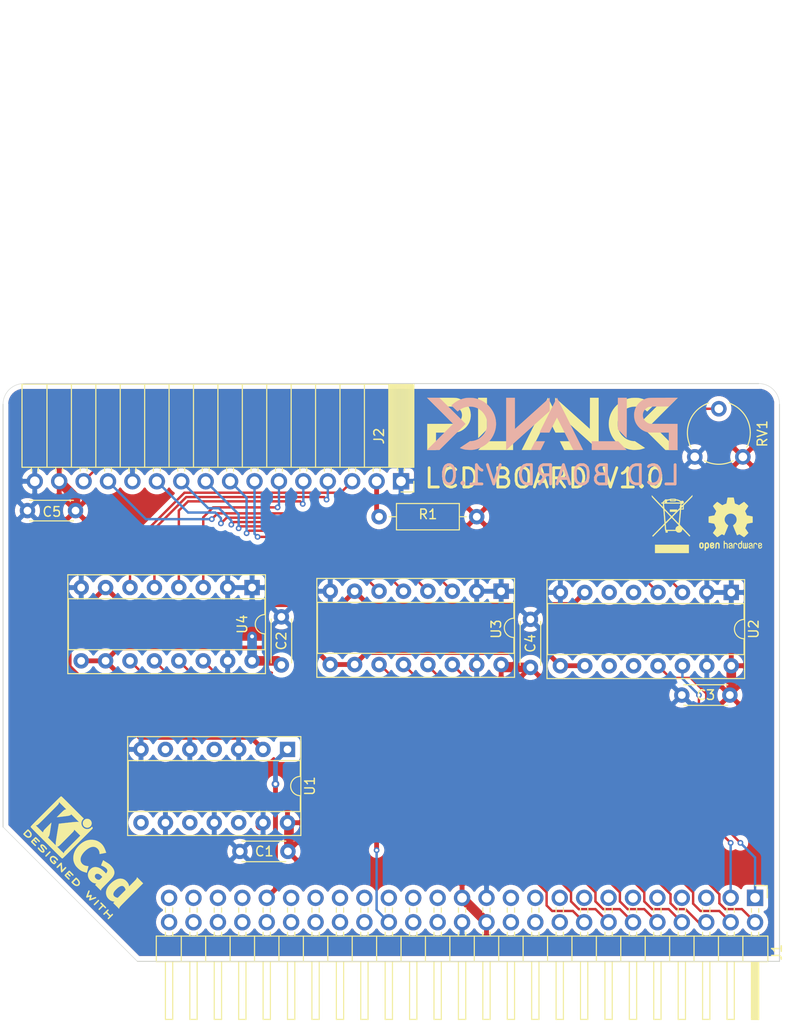
<source format=kicad_pcb>
(kicad_pcb (version 20171130) (host pcbnew "(5.1.10-1-10_14)")
  (layers (0 F.Cu signal) (31 B.Cu signal) (34 B.Paste user) (35 F.Paste user) (36 B.SilkS user) (37 F.SilkS user) (38 B.Mask user) (39 F.Mask user) (44 Edge.Cuts user))
  (net 0 "")
  (net 1 RDY)
  (net 2 A15)
  (net 3 A14)
  (net 4 A13)
  (net 5 A12)
  (net 6 A11)
  (net 7 GND)
  (net 8 +5V)
  (net 9 A10)
  (net 10 A9)
  (net 11 A8)
  (net 12 D7)
  (net 13 A7)
  (net 14 D6)
  (net 15 A6)
  (net 16 D5)
  (net 17 A5)
  (net 18 D4)
  (net 19 A4)
  (net 20 D3)
  (net 21 A3)
  (net 22 D2)
  (net 23 A2)
  (net 24 D1)
  (net 25 A1)
  (net 26 D0)
  (net 27 A0)
  (net 28 CLK)
  (net 29 BE)
  (net 30 SYNC)
  (net 31 EX3)
  (net 32 EX2)
  (net 33 EX1)
  (net 34 EX0)
  (net 35 ~NMI~)
  (net 36 ~RESET~)
  (net 37 ~SLOT_IRQ~)
  (net 38 ~IRQ~)
  (net 39 R~W~)
  (net 40 CLK_12M)
  (net 41 LED4)
  (net 42 LED3)
  (net 43 LED2)
  (net 44 LED1)
  (net 45 ~SLOT_SEL~)
  (net 46 ~INH~)
  (net 47 ~SSEL~)
  (net 48 ~SLOW~)
  (net 49 "Net-(U1-Pad6)")
  (net 50 "Net-(U1-Pad12)")
  (net 51 "Net-(U1-Pad4)")
  (net 52 "Net-(U1-Pad10)")
  (net 53 CLK_INV)
  (net 54 "Net-(U1-Pad8)")
  (net 55 "Net-(U2-Pad6)")
  (net 56 "Net-(U2-Pad5)")
  (net 57 "Net-(U2-Pad12)")
  (net 58 "Net-(U2-Pad11)")
  (net 59 /A)
  (net 60 /E)
  (net 61 /RS)
  (net 62 /D_7)
  (net 63 /D_6)
  (net 64 /D_5)
  (net 65 /D_4)
  (net 66 /D_3)
  (net 67 /D_2)
  (net 68 /D_1)
  (net 69 /D_0)
  (net 70 "Net-(J2-Pad14)")
  (module Symbol:KiCad-Logo2_5mm_SilkScreen (layer F.Cu) (at 8.636 -10.922 315)
    (fp_text reference REF** hide)
    (fp_text value KiCad-Logo2_5mm_SilkScreen hide)
  )
  (module Symbol:WEEE-Logo_4.2x6mm_SilkScreen (layer F.Cu) (at 69.596 -45.466)
    (fp_text reference REF** hide)
    (fp_text value WEEE-Logo_4.2x6mm_SilkScreen hide)
  )
  (module Symbol:OSHW-Logo2_7.3x6mm_SilkScreen (layer F.Cu) (at 75.692 -45.466)
    (fp_text reference REF** hide)
    (fp_text value OSHW-Logo2_7.3x6mm_SilkScreen hide)
  )
  (module Resistor_THT:R_Axial_DIN0207_L6.3mm_D2.5mm_P10.16mm_Horizontal (layer F.Cu) (at 49.276 -46.228 180)
    (fp_text reference R1 (at 5.08 0.254) (layer F.SilkS))
    (fp_text value 330R)
    (pad 2 thru_hole oval (at 10.16 0 180) (size 1.6 1.6) (drill 0.8) (layers *.Cu *.Mask) (net 59 /A))
    (pad 1 thru_hole circle (at 0 0 180) (size 1.6 1.6) (drill 0.8) (layers *.Cu *.Mask) (net 8 +5V))
  )
  (module Logo:logo (layer B.Cu) (at 57.15 -55.88 180)
    (fp_text reference G*** hide)
    (fp_text value LOGO hide)
  )
  (module Logo:logo (layer F.Cu) (at 57.15 -55.88)
    (fp_text reference G*** hide)
    (fp_text value LOGO hide)
  )
  (module Capacitor_THT:C_Disc_D4.3mm_W1.9mm_P5.00mm (layer F.Cu) (at 2.54 -46.863)
    (fp_text reference C5 (at 2.54 0.127) (layer F.SilkS))
    (fp_text value 10n)
    (pad 2 thru_hole circle (at 5 0) (size 1.6 1.6) (drill 0.8) (layers *.Cu *.Mask) (net 8 +5V))
    (pad 1 thru_hole circle (at 0 0) (size 1.6 1.6) (drill 0.8) (layers *.Cu *.Mask) (net 7 GND))
  )
  (module Capacitor_THT:C_Disc_D4.3mm_W1.9mm_P5.00mm (layer F.Cu) (at 54.864 -35.56 270)
    (fp_text reference C4 (at 2.5 0 90) (layer F.SilkS))
    (fp_text value 10n)
    (pad 2 thru_hole circle (at 5 0 270) (size 1.6 1.6) (drill 0.8) (layers *.Cu *.Mask) (net 8 +5V))
    (pad 1 thru_hole circle (at 0 0 270) (size 1.6 1.6) (drill 0.8) (layers *.Cu *.Mask) (net 7 GND))
  )
  (module Capacitor_THT:C_Disc_D4.3mm_W1.9mm_P5.00mm (layer F.Cu) (at 70.612 -27.686)
    (fp_text reference C3 (at 2.5 0) (layer F.SilkS))
    (fp_text value 10n)
    (pad 2 thru_hole circle (at 5 0) (size 1.6 1.6) (drill 0.8) (layers *.Cu *.Mask) (net 8 +5V))
    (pad 1 thru_hole circle (at 0 0) (size 1.6 1.6) (drill 0.8) (layers *.Cu *.Mask) (net 7 GND))
  )
  (module Capacitor_THT:C_Disc_D4.3mm_W1.9mm_P5.00mm (layer F.Cu) (at 28.956 -35.814 270)
    (fp_text reference C2 (at 2.5 0 90) (layer F.SilkS))
    (fp_text value 10n)
    (pad 2 thru_hole circle (at 5 0 270) (size 1.6 1.6) (drill 0.8) (layers *.Cu *.Mask) (net 8 +5V))
    (pad 1 thru_hole circle (at 0 0 270) (size 1.6 1.6) (drill 0.8) (layers *.Cu *.Mask) (net 7 GND))
  )
  (module Capacitor_THT:C_Disc_D4.3mm_W1.9mm_P5.00mm (layer F.Cu) (at 24.638 -11.43)
    (fp_text reference C1 (at 2.54 0) (layer F.SilkS))
    (fp_text value 10n)
    (pad 2 thru_hole circle (at 5 0) (size 1.6 1.6) (drill 0.8) (layers *.Cu *.Mask) (net 8 +5V))
    (pad 1 thru_hole circle (at 0 0) (size 1.6 1.6) (drill 0.8) (layers *.Cu *.Mask) (net 7 GND))
  )
  (module Potentiometer_THT:Potentiometer_Piher_PT-6-V_Vertical (layer F.Cu) (at 76.962 -52.451 90)
    (fp_text reference RV1 (at 2.413 2.032 90) (layer F.SilkS))
    (fp_text value R_POT_Small)
    (pad 1 thru_hole circle (at 0 0 90) (size 1.62 1.62) (drill 0.9) (layers *.Cu *.Mask) (net 8 +5V))
    (pad 2 thru_hole circle (at 5 -2.5 90) (size 1.62 1.62) (drill 0.9) (layers *.Cu *.Mask) (net 70 "Net-(J2-Pad14)"))
    (pad 3 thru_hole circle (at 0 -5 90) (size 1.62 1.62) (drill 0.9) (layers *.Cu *.Mask) (net 7 GND))
  )
  (module Package_DIP:DIP-16_W7.62mm_Socket (layer F.Cu) (at 25.908 -38.862 270)
    (fp_text reference U4 (at 3.81 1.016 90) (layer F.SilkS))
    (fp_text value 74HC173)
    (pad 16 thru_hole oval (at 7.62 0 270) (size 1.6 1.6) (drill 0.8) (layers *.Cu *.Mask) (net 8 +5V))
    (pad 8 thru_hole oval (at 0 17.78 270) (size 1.6 1.6) (drill 0.8) (layers *.Cu *.Mask) (net 7 GND))
    (pad 15 thru_hole oval (at 7.62 2.54 270) (size 1.6 1.6) (drill 0.8) (layers *.Cu *.Mask) (net 7 GND))
    (pad 7 thru_hole oval (at 0 15.24 270) (size 1.6 1.6) (drill 0.8) (layers *.Cu *.Mask) (net 53 CLK_INV))
    (pad 14 thru_hole oval (at 7.62 5.08 270) (size 1.6 1.6) (drill 0.8) (layers *.Cu *.Mask) (net 18 D4))
    (pad 6 thru_hole oval (at 0 12.7 270) (size 1.6 1.6) (drill 0.8) (layers *.Cu *.Mask) (net 62 /D_7))
    (pad 13 thru_hole oval (at 7.62 7.62 270) (size 1.6 1.6) (drill 0.8) (layers *.Cu *.Mask) (net 16 D5))
    (pad 5 thru_hole oval (at 0 10.16 270) (size 1.6 1.6) (drill 0.8) (layers *.Cu *.Mask) (net 63 /D_6))
    (pad 12 thru_hole oval (at 7.62 10.16 270) (size 1.6 1.6) (drill 0.8) (layers *.Cu *.Mask) (net 14 D6))
    (pad 4 thru_hole oval (at 0 7.62 270) (size 1.6 1.6) (drill 0.8) (layers *.Cu *.Mask) (net 64 /D_5))
    (pad 11 thru_hole oval (at 7.62 12.7 270) (size 1.6 1.6) (drill 0.8) (layers *.Cu *.Mask) (net 12 D7))
    (pad 3 thru_hole oval (at 0 5.08 270) (size 1.6 1.6) (drill 0.8) (layers *.Cu *.Mask) (net 65 /D_4))
    (pad 10 thru_hole oval (at 7.62 15.24 270) (size 1.6 1.6) (drill 0.8) (layers *.Cu *.Mask) (net 45 ~SLOT_SEL~))
    (pad 2 thru_hole oval (at 0 2.54 270) (size 1.6 1.6) (drill 0.8) (layers *.Cu *.Mask) (net 7 GND))
    (pad 9 thru_hole oval (at 7.62 17.78 270) (size 1.6 1.6) (drill 0.8) (layers *.Cu *.Mask) (net 45 ~SLOT_SEL~))
    (pad 1 thru_hole rect (at 0 0 270) (size 1.6 1.6) (drill 0.8) (layers *.Cu *.Mask) (net 7 GND))
  )
  (module Package_DIP:DIP-16_W7.62mm_Socket (layer F.Cu) (at 51.816 -38.481 270)
    (fp_text reference U3 (at 3.937 0.508 90) (layer F.SilkS))
    (fp_text value 74HC173)
    (pad 16 thru_hole oval (at 7.62 0 270) (size 1.6 1.6) (drill 0.8) (layers *.Cu *.Mask) (net 8 +5V))
    (pad 8 thru_hole oval (at 0 17.78 270) (size 1.6 1.6) (drill 0.8) (layers *.Cu *.Mask) (net 7 GND))
    (pad 15 thru_hole oval (at 7.62 2.54 270) (size 1.6 1.6) (drill 0.8) (layers *.Cu *.Mask) (net 7 GND))
    (pad 7 thru_hole oval (at 0 15.24 270) (size 1.6 1.6) (drill 0.8) (layers *.Cu *.Mask) (net 53 CLK_INV))
    (pad 14 thru_hole oval (at 7.62 5.08 270) (size 1.6 1.6) (drill 0.8) (layers *.Cu *.Mask) (net 26 D0))
    (pad 6 thru_hole oval (at 0 12.7 270) (size 1.6 1.6) (drill 0.8) (layers *.Cu *.Mask) (net 66 /D_3))
    (pad 13 thru_hole oval (at 7.62 7.62 270) (size 1.6 1.6) (drill 0.8) (layers *.Cu *.Mask) (net 24 D1))
    (pad 5 thru_hole oval (at 0 10.16 270) (size 1.6 1.6) (drill 0.8) (layers *.Cu *.Mask) (net 67 /D_2))
    (pad 12 thru_hole oval (at 7.62 10.16 270) (size 1.6 1.6) (drill 0.8) (layers *.Cu *.Mask) (net 22 D2))
    (pad 4 thru_hole oval (at 0 7.62 270) (size 1.6 1.6) (drill 0.8) (layers *.Cu *.Mask) (net 68 /D_1))
    (pad 11 thru_hole oval (at 7.62 12.7 270) (size 1.6 1.6) (drill 0.8) (layers *.Cu *.Mask) (net 20 D3))
    (pad 3 thru_hole oval (at 0 5.08 270) (size 1.6 1.6) (drill 0.8) (layers *.Cu *.Mask) (net 69 /D_0))
    (pad 10 thru_hole oval (at 7.62 15.24 270) (size 1.6 1.6) (drill 0.8) (layers *.Cu *.Mask) (net 45 ~SLOT_SEL~))
    (pad 2 thru_hole oval (at 0 2.54 270) (size 1.6 1.6) (drill 0.8) (layers *.Cu *.Mask) (net 7 GND))
    (pad 9 thru_hole oval (at 7.62 17.78 270) (size 1.6 1.6) (drill 0.8) (layers *.Cu *.Mask) (net 45 ~SLOT_SEL~))
    (pad 1 thru_hole rect (at 0 0 270) (size 1.6 1.6) (drill 0.8) (layers *.Cu *.Mask) (net 7 GND))
  )
  (module Package_DIP:DIP-16_W7.62mm_Socket (layer F.Cu) (at 75.7555 -38.354 270)
    (fp_text reference U2 (at 3.81 -2.33 90) (layer F.SilkS))
    (fp_text value 74HC173)
    (pad 16 thru_hole oval (at 7.62 0 270) (size 1.6 1.6) (drill 0.8) (layers *.Cu *.Mask) (net 8 +5V))
    (pad 8 thru_hole oval (at 0 17.78 270) (size 1.6 1.6) (drill 0.8) (layers *.Cu *.Mask) (net 7 GND))
    (pad 15 thru_hole oval (at 7.62 2.54 270) (size 1.6 1.6) (drill 0.8) (layers *.Cu *.Mask) (net 7 GND))
    (pad 7 thru_hole oval (at 0 15.24 270) (size 1.6 1.6) (drill 0.8) (layers *.Cu *.Mask) (net 53 CLK_INV))
    (pad 14 thru_hole oval (at 7.62 5.08 270) (size 1.6 1.6) (drill 0.8) (layers *.Cu *.Mask) (net 25 A1))
    (pad 6 thru_hole oval (at 0 12.7 270) (size 1.6 1.6) (drill 0.8) (layers *.Cu *.Mask) (net 55 "Net-(U2-Pad6)"))
    (pad 13 thru_hole oval (at 7.62 7.62 270) (size 1.6 1.6) (drill 0.8) (layers *.Cu *.Mask) (net 27 A0))
    (pad 5 thru_hole oval (at 0 10.16 270) (size 1.6 1.6) (drill 0.8) (layers *.Cu *.Mask) (net 56 "Net-(U2-Pad5)"))
    (pad 12 thru_hole oval (at 7.62 10.16 270) (size 1.6 1.6) (drill 0.8) (layers *.Cu *.Mask) (net 57 "Net-(U2-Pad12)"))
    (pad 4 thru_hole oval (at 0 7.62 270) (size 1.6 1.6) (drill 0.8) (layers *.Cu *.Mask) (net 60 /E))
    (pad 11 thru_hole oval (at 7.62 12.7 270) (size 1.6 1.6) (drill 0.8) (layers *.Cu *.Mask) (net 58 "Net-(U2-Pad11)"))
    (pad 3 thru_hole oval (at 0 5.08 270) (size 1.6 1.6) (drill 0.8) (layers *.Cu *.Mask) (net 61 /RS))
    (pad 10 thru_hole oval (at 7.62 15.24 270) (size 1.6 1.6) (drill 0.8) (layers *.Cu *.Mask) (net 45 ~SLOT_SEL~))
    (pad 2 thru_hole oval (at 0 2.54 270) (size 1.6 1.6) (drill 0.8) (layers *.Cu *.Mask) (net 7 GND))
    (pad 9 thru_hole oval (at 7.62 17.78 270) (size 1.6 1.6) (drill 0.8) (layers *.Cu *.Mask) (net 45 ~SLOT_SEL~))
    (pad 1 thru_hole rect (at 0 0 270) (size 1.6 1.6) (drill 0.8) (layers *.Cu *.Mask) (net 7 GND))
  )
  (module Package_DIP:DIP-14_W7.62mm_Socket (layer F.Cu) (at 29.591 -22.0345 270)
    (fp_text reference U1 (at 3.81 -2.33 90) (layer F.SilkS))
    (fp_text value 74HC04)
    (pad 14 thru_hole oval (at 7.62 0 270) (size 1.6 1.6) (drill 0.8) (layers *.Cu *.Mask) (net 8 +5V))
    (pad 7 thru_hole oval (at 0 15.24 270) (size 1.6 1.6) (drill 0.8) (layers *.Cu *.Mask) (net 7 GND))
    (pad 13 thru_hole oval (at 7.62 2.54 270) (size 1.6 1.6) (drill 0.8) (layers *.Cu *.Mask) (net 7 GND))
    (pad 6 thru_hole oval (at 0 12.7 270) (size 1.6 1.6) (drill 0.8) (layers *.Cu *.Mask) (net 49 "Net-(U1-Pad6)"))
    (pad 12 thru_hole oval (at 7.62 5.08 270) (size 1.6 1.6) (drill 0.8) (layers *.Cu *.Mask) (net 50 "Net-(U1-Pad12)"))
    (pad 5 thru_hole oval (at 0 10.16 270) (size 1.6 1.6) (drill 0.8) (layers *.Cu *.Mask) (net 7 GND))
    (pad 11 thru_hole oval (at 7.62 7.62 270) (size 1.6 1.6) (drill 0.8) (layers *.Cu *.Mask) (net 7 GND))
    (pad 4 thru_hole oval (at 0 7.62 270) (size 1.6 1.6) (drill 0.8) (layers *.Cu *.Mask) (net 51 "Net-(U1-Pad4)"))
    (pad 10 thru_hole oval (at 7.62 10.16 270) (size 1.6 1.6) (drill 0.8) (layers *.Cu *.Mask) (net 52 "Net-(U1-Pad10)"))
    (pad 3 thru_hole oval (at 0 5.08 270) (size 1.6 1.6) (drill 0.8) (layers *.Cu *.Mask) (net 7 GND))
    (pad 9 thru_hole oval (at 7.62 12.7 270) (size 1.6 1.6) (drill 0.8) (layers *.Cu *.Mask) (net 7 GND))
    (pad 2 thru_hole oval (at 0 2.54 270) (size 1.6 1.6) (drill 0.8) (layers *.Cu *.Mask) (net 53 CLK_INV))
    (pad 8 thru_hole oval (at 7.62 15.24 270) (size 1.6 1.6) (drill 0.8) (layers *.Cu *.Mask) (net 54 "Net-(U1-Pad8)"))
    (pad 1 thru_hole rect (at 0 0 270) (size 1.6 1.6) (drill 0.8) (layers *.Cu *.Mask) (net 28 CLK))
  )
  (module Connector_PinSocket_2.54mm:PinSocket_1x16_P2.54mm_Horizontal (layer F.Cu) (at 41.402 -49.911 270)
    (fp_text reference J2 (at -4.699 2.286 90) (layer F.SilkS))
    (fp_text value Conn_01x16)
    (pad 16 thru_hole oval (at 0 38.1 270) (size 1.7 1.7) (drill 1) (layers *.Cu *.Mask) (net 7 GND))
    (pad 15 thru_hole oval (at 0 35.56 270) (size 1.7 1.7) (drill 1) (layers *.Cu *.Mask) (net 8 +5V))
    (pad 14 thru_hole oval (at 0 33.02 270) (size 1.7 1.7) (drill 1) (layers *.Cu *.Mask) (net 70 "Net-(J2-Pad14)"))
    (pad 13 thru_hole oval (at 0 30.48 270) (size 1.7 1.7) (drill 1) (layers *.Cu *.Mask) (net 61 /RS))
    (pad 12 thru_hole oval (at 0 27.94 270) (size 1.7 1.7) (drill 1) (layers *.Cu *.Mask) (net 7 GND))
    (pad 11 thru_hole oval (at 0 25.4 270) (size 1.7 1.7) (drill 1) (layers *.Cu *.Mask) (net 60 /E))
    (pad 10 thru_hole oval (at 0 22.86 270) (size 1.7 1.7) (drill 1) (layers *.Cu *.Mask) (net 69 /D_0))
    (pad 9 thru_hole oval (at 0 20.32 270) (size 1.7 1.7) (drill 1) (layers *.Cu *.Mask) (net 68 /D_1))
    (pad 8 thru_hole oval (at 0 17.78 270) (size 1.7 1.7) (drill 1) (layers *.Cu *.Mask) (net 67 /D_2))
    (pad 7 thru_hole oval (at 0 15.24 270) (size 1.7 1.7) (drill 1) (layers *.Cu *.Mask) (net 66 /D_3))
    (pad 6 thru_hole oval (at 0 12.7 270) (size 1.7 1.7) (drill 1) (layers *.Cu *.Mask) (net 65 /D_4))
    (pad 5 thru_hole oval (at 0 10.16 270) (size 1.7 1.7) (drill 1) (layers *.Cu *.Mask) (net 64 /D_5))
    (pad 4 thru_hole oval (at 0 7.62 270) (size 1.7 1.7) (drill 1) (layers *.Cu *.Mask) (net 63 /D_6))
    (pad 3 thru_hole oval (at 0 5.08 270) (size 1.7 1.7) (drill 1) (layers *.Cu *.Mask) (net 62 /D_7))
    (pad 2 thru_hole oval (at 0 2.54 270) (size 1.7 1.7) (drill 1) (layers *.Cu *.Mask) (net 59 /A))
    (pad 1 thru_hole rect (at 0 0 270) (size 1.7 1.7) (drill 1) (layers *.Cu *.Mask) (net 7 GND))
  )
  (module Connector_PinHeader_2.54mm:PinHeader_2x25_P2.54mm_Horizontal (layer F.Cu) (at 78.232 -6.604 270)
    (fp_text reference J1 (at 5.655 -2.27 90) (layer F.SilkS))
    (fp_text value Conn_01x40)
    (pad 50 thru_hole oval (at 2.54 60.96 270) (size 1.7 1.7) (drill 1) (layers *.Cu *.Mask) (net 35 ~NMI~))
    (pad 49 thru_hole oval (at 0 60.96 270) (size 1.7 1.7) (drill 1) (layers *.Cu *.Mask) (net 36 ~RESET~))
    (pad 48 thru_hole oval (at 2.54 58.42 270) (size 1.7 1.7) (drill 1) (layers *.Cu *.Mask) (net 37 ~SLOT_IRQ~))
    (pad 47 thru_hole oval (at 0 58.42 270) (size 1.7 1.7) (drill 1) (layers *.Cu *.Mask) (net 30 SYNC))
    (pad 46 thru_hole oval (at 2.54 55.88 270) (size 1.7 1.7) (drill 1) (layers *.Cu *.Mask) (net 31 EX3))
    (pad 45 thru_hole oval (at 0 55.88 270) (size 1.7 1.7) (drill 1) (layers *.Cu *.Mask) (net 38 ~IRQ~))
    (pad 44 thru_hole oval (at 2.54 53.34 270) (size 1.7 1.7) (drill 1) (layers *.Cu *.Mask) (net 32 EX2))
    (pad 43 thru_hole oval (at 0 53.34 270) (size 1.7 1.7) (drill 1) (layers *.Cu *.Mask) (net 39 R~W~))
    (pad 42 thru_hole oval (at 2.54 50.8 270) (size 1.7 1.7) (drill 1) (layers *.Cu *.Mask) (net 40 CLK_12M))
    (pad 41 thru_hole oval (at 0 50.8 270) (size 1.7 1.7) (drill 1) (layers *.Cu *.Mask) (net 28 CLK))
    (pad 40 thru_hole oval (at 2.54 48.26 270) (size 1.7 1.7) (drill 1) (layers *.Cu *.Mask) (net 41 LED4))
    (pad 39 thru_hole oval (at 0 48.26 270) (size 1.7 1.7) (drill 1) (layers *.Cu *.Mask) (net 29 BE))
    (pad 38 thru_hole oval (at 2.54 45.72 270) (size 1.7 1.7) (drill 1) (layers *.Cu *.Mask) (net 42 LED3))
    (pad 37 thru_hole oval (at 0 45.72 270) (size 1.7 1.7) (drill 1) (layers *.Cu *.Mask) (net 1 RDY))
    (pad 36 thru_hole oval (at 2.54 43.18 270) (size 1.7 1.7) (drill 1) (layers *.Cu *.Mask) (net 43 LED2))
    (pad 35 thru_hole oval (at 0 43.18 270) (size 1.7 1.7) (drill 1) (layers *.Cu *.Mask) (net 2 A15))
    (pad 34 thru_hole oval (at 2.54 40.64 270) (size 1.7 1.7) (drill 1) (layers *.Cu *.Mask) (net 44 LED1))
    (pad 33 thru_hole oval (at 0 40.64 270) (size 1.7 1.7) (drill 1) (layers *.Cu *.Mask) (net 3 A14))
    (pad 32 thru_hole oval (at 2.54 38.1 270) (size 1.7 1.7) (drill 1) (layers *.Cu *.Mask) (net 45 ~SLOT_SEL~))
    (pad 31 thru_hole oval (at 0 38.1 270) (size 1.7 1.7) (drill 1) (layers *.Cu *.Mask) (net 4 A13))
    (pad 30 thru_hole oval (at 2.54 35.56 270) (size 1.7 1.7) (drill 1) (layers *.Cu *.Mask) (net 46 ~INH~))
    (pad 29 thru_hole oval (at 0 35.56 270) (size 1.7 1.7) (drill 1) (layers *.Cu *.Mask) (net 5 A12))
    (pad 28 thru_hole oval (at 2.54 33.02 270) (size 1.7 1.7) (drill 1) (layers *.Cu *.Mask) (net 47 ~SSEL~))
    (pad 27 thru_hole oval (at 0 33.02 270) (size 1.7 1.7) (drill 1) (layers *.Cu *.Mask) (net 6 A11))
    (pad 26 thru_hole oval (at 2.54 30.48 270) (size 1.7 1.7) (drill 1) (layers *.Cu *.Mask) (net 7 GND))
    (pad 25 thru_hole oval (at 0 30.48 270) (size 1.7 1.7) (drill 1) (layers *.Cu *.Mask) (net 8 +5V))
    (pad 24 thru_hole oval (at 2.54 27.94 270) (size 1.7 1.7) (drill 1) (layers *.Cu *.Mask) (net 8 +5V))
    (pad 23 thru_hole oval (at 0 27.94 270) (size 1.7 1.7) (drill 1) (layers *.Cu *.Mask) (net 7 GND))
    (pad 22 thru_hole oval (at 2.54 25.4 270) (size 1.7 1.7) (drill 1) (layers *.Cu *.Mask) (net 48 ~SLOW~))
    (pad 21 thru_hole oval (at 0 25.4 270) (size 1.7 1.7) (drill 1) (layers *.Cu *.Mask) (net 9 A10))
    (pad 20 thru_hole oval (at 2.54 22.86 270) (size 1.7 1.7) (drill 1) (layers *.Cu *.Mask) (net 33 EX1))
    (pad 19 thru_hole oval (at 0 22.86 270) (size 1.7 1.7) (drill 1) (layers *.Cu *.Mask) (net 10 A9))
    (pad 18 thru_hole oval (at 2.54 20.32 270) (size 1.7 1.7) (drill 1) (layers *.Cu *.Mask) (net 34 EX0))
    (pad 17 thru_hole oval (at 0 20.32 270) (size 1.7 1.7) (drill 1) (layers *.Cu *.Mask) (net 11 A8))
    (pad 16 thru_hole oval (at 2.54 17.78 270) (size 1.7 1.7) (drill 1) (layers *.Cu *.Mask) (net 12 D7))
    (pad 15 thru_hole oval (at 0 17.78 270) (size 1.7 1.7) (drill 1) (layers *.Cu *.Mask) (net 13 A7))
    (pad 14 thru_hole oval (at 2.54 15.24 270) (size 1.7 1.7) (drill 1) (layers *.Cu *.Mask) (net 14 D6))
    (pad 13 thru_hole oval (at 0 15.24 270) (size 1.7 1.7) (drill 1) (layers *.Cu *.Mask) (net 15 A6))
    (pad 12 thru_hole oval (at 2.54 12.7 270) (size 1.7 1.7) (drill 1) (layers *.Cu *.Mask) (net 16 D5))
    (pad 11 thru_hole oval (at 0 12.7 270) (size 1.7 1.7) (drill 1) (layers *.Cu *.Mask) (net 17 A5))
    (pad 10 thru_hole oval (at 2.54 10.16 270) (size 1.7 1.7) (drill 1) (layers *.Cu *.Mask) (net 18 D4))
    (pad 9 thru_hole oval (at 0 10.16 270) (size 1.7 1.7) (drill 1) (layers *.Cu *.Mask) (net 19 A4))
    (pad 8 thru_hole oval (at 2.54 7.62 270) (size 1.7 1.7) (drill 1) (layers *.Cu *.Mask) (net 20 D3))
    (pad 7 thru_hole oval (at 0 7.62 270) (size 1.7 1.7) (drill 1) (layers *.Cu *.Mask) (net 21 A3))
    (pad 6 thru_hole oval (at 2.54 5.08 270) (size 1.7 1.7) (drill 1) (layers *.Cu *.Mask) (net 22 D2))
    (pad 5 thru_hole oval (at 0 5.08 270) (size 1.7 1.7) (drill 1) (layers *.Cu *.Mask) (net 23 A2))
    (pad 4 thru_hole oval (at 2.54 2.54 270) (size 1.7 1.7) (drill 1) (layers *.Cu *.Mask) (net 24 D1))
    (pad 3 thru_hole oval (at 0 2.54 270) (size 1.7 1.7) (drill 1) (layers *.Cu *.Mask) (net 25 A1))
    (pad 2 thru_hole oval (at 2.54 0 270) (size 1.7 1.7) (drill 1) (layers *.Cu *.Mask) (net 26 D0))
    (pad 1 thru_hole rect (at 0 0 270) (size 1.7 1.7) (drill 1) (layers *.Cu *.Mask) (net 27 A0))
  )
  (gr_arc (start 2.159 -57.912) (end 2.159 -60.071) (angle -90) (layer Edge.Cuts) (width 0.05))
  (gr_arc (start 78.613 -57.912) (end 80.772 -57.912) (angle -90) (layer Edge.Cuts) (width 0.05))
  (gr_text "LCD BOARD V1.0" (at 57.912 -50.546) (layer B.SilkS) (effects (font (size 2 2) (thickness 0.3)) (justify mirror)))
  (gr_line (start 13.97 0) (end 0 -13.97) (layer Edge.Cuts) (width 0.05))
  (gr_text "LCD BOARD V1.0" (at 56.3245 -50.2285) (layer F.SilkS) (effects (font (size 2 2) (thickness 0.3))))
  (gr_line (start 2.159 -60.071) (end 78.613 -60.071) (layer Edge.Cuts) (width 0.1))
  (gr_line (start 0 -13.97) (end 0 -57.912) (layer Edge.Cuts) (width 0.1))
  (gr_line (start 80.772 0) (end 13.97 0) (layer Edge.Cuts) (width 0.1))
  (gr_line (start 80.772 -57.912) (end 80.772 0) (layer Edge.Cuts) (width 0.1))
  (segment (start 26.77 -14.1335) (end 27.051 -14.4145) (width 1) (layer F.Cu) (net 7))
  (segment (start 48.995 -30.58) (end 49.276 -30.861) (width 1) (layer F.Cu) (net 7))
  (segment (start 3.148 -49.757) (end 3.302 -49.911) (width 1) (layer F.Cu) (net 7))
  (segment (start 29.745 -14.2605) (end 29.591 -14.4145) (width 1) (layer F.Cu) (net 8))
  (segment (start 29.745 -11.6205) (end 29.745 -14.2605) (width 1) (layer F.Cu) (net 8))
  (segment (start 50.292 -4.064) (end 47.752 -6.604) (width 1) (layer F.Cu) (net 8))
  (via (at 25.908 -33.782) (size 0.8) (drill 0.4) (layers F.Cu B.Cu) (net 8))
  (segment (start 25.908 -31.242) (end 25.908 -33.782) (width 1) (layer B.Cu) (net 8))
  (segment (start 75.7555 -27.8295) (end 75.7555 -30.734) (width 1) (layer F.Cu) (net 8))
  (segment (start 75.612 -27.686) (end 75.7555 -27.8295) (width 1) (layer F.Cu) (net 8))
  (segment (start 52.117 -30.56) (end 51.816 -30.861) (width 1) (layer F.Cu) (net 8))
  (segment (start 54.864 -30.56) (end 52.117 -30.56) (width 1) (layer F.Cu) (net 8))
  (segment (start 28.528 -31.242) (end 25.908 -31.242) (width 1) (layer F.Cu) (net 8))
  (segment (start 28.956 -30.814) (end 28.528 -31.242) (width 1) (layer F.Cu) (net 8))
  (segment (start 7.54 -48.213) (end 5.842 -49.911) (width 1) (layer F.Cu) (net 8))
  (segment (start 7.54 -46.863) (end 7.54 -48.213) (width 1) (layer F.Cu) (net 8))
  (segment (start 59.276999 -5.239001) (end 57.117999 -5.239001) (width 0.25) (layer F.Cu) (net 12))
  (segment (start 60.452 -4.064) (end 59.276999 -5.239001) (width 0.25) (layer F.Cu) (net 12))
  (segment (start 57.117999 -5.239001) (end 56.547001 -5.809999) (width 0.25) (layer F.Cu) (net 12))
  (segment (start 56.547001 -7.168001) (end 35.838502 -27.8765) (width 0.25) (layer F.Cu) (net 12))
  (segment (start 56.547001 -5.809999) (end 56.547001 -7.168001) (width 0.25) (layer F.Cu) (net 12))
  (segment (start 16.5735 -27.8765) (end 13.208 -31.242) (width 0.25) (layer F.Cu) (net 12))
  (segment (start 35.838502 -27.8765) (end 16.5735 -27.8765) (width 0.25) (layer F.Cu) (net 12))
  (segment (start 62.992 -4.064) (end 61.627001 -5.428999) (width 0.25) (layer F.Cu) (net 14))
  (segment (start 59.887999 -5.428999) (end 59.087001 -6.229997) (width 0.25) (layer F.Cu) (net 14))
  (segment (start 37.928491 -28.326511) (end 18.663489 -28.326511) (width 0.25) (layer F.Cu) (net 14))
  (segment (start 59.087001 -7.168001) (end 37.928491 -28.326511) (width 0.25) (layer F.Cu) (net 14))
  (segment (start 59.087001 -6.229997) (end 59.087001 -7.168001) (width 0.25) (layer F.Cu) (net 14))
  (segment (start 61.627001 -5.428999) (end 59.887999 -5.428999) (width 0.25) (layer F.Cu) (net 14))
  (segment (start 18.663489 -28.326511) (end 15.748 -31.242) (width 0.25) (layer F.Cu) (net 14))
  (segment (start 62.427999 -5.428999) (end 61.627001 -6.229997) (width 0.25) (layer F.Cu) (net 16))
  (segment (start 64.167001 -5.428999) (end 62.427999 -5.428999) (width 0.25) (layer F.Cu) (net 16))
  (segment (start 20.753478 -28.776522) (end 18.288 -31.242) (width 0.25) (layer F.Cu) (net 16))
  (segment (start 61.627001 -7.168001) (end 40.01848 -28.776522) (width 0.25) (layer F.Cu) (net 16))
  (segment (start 65.532 -4.064) (end 64.167001 -5.428999) (width 0.25) (layer F.Cu) (net 16))
  (segment (start 40.01848 -28.776522) (end 20.753478 -28.776522) (width 0.25) (layer F.Cu) (net 16))
  (segment (start 61.627001 -6.229997) (end 61.627001 -7.168001) (width 0.25) (layer F.Cu) (net 16))
  (segment (start 68.072 -4.064) (end 66.707001 -5.428999) (width 0.25) (layer F.Cu) (net 18))
  (segment (start 46.437491 -24.897511) (end 44.533902 -24.897511) (width 0.25) (layer F.Cu) (net 18))
  (segment (start 66.707001 -5.428999) (end 64.967999 -5.428999) (width 0.25) (layer F.Cu) (net 18))
  (segment (start 64.967999 -5.428999) (end 64.167001 -6.229997) (width 0.25) (layer F.Cu) (net 18))
  (segment (start 64.167001 -7.168001) (end 46.437491 -24.897511) (width 0.25) (layer F.Cu) (net 18))
  (segment (start 64.167001 -6.229997) (end 64.167001 -7.168001) (width 0.25) (layer F.Cu) (net 18))
  (segment (start 40.20488 -29.226533) (end 22.843467 -29.226533) (width 0.25) (layer F.Cu) (net 18))
  (segment (start 44.533902 -24.897511) (end 40.20488 -29.226533) (width 0.25) (layer F.Cu) (net 18))
  (segment (start 22.843467 -29.226533) (end 20.828 -31.242) (width 0.25) (layer F.Cu) (net 18))
  (segment (start 70.612 -4.064) (end 69.247001 -5.428999) (width 0.25) (layer F.Cu) (net 20))
  (segment (start 69.247001 -5.428999) (end 67.507999 -5.428999) (width 0.25) (layer F.Cu) (net 20))
  (segment (start 39.206824 -30.861) (end 39.116 -30.861) (width 0.25) (layer F.Cu) (net 20))
  (segment (start 66.707001 -6.229997) (end 66.707001 -7.168001) (width 0.25) (layer F.Cu) (net 20))
  (segment (start 66.707001 -7.168001) (end 48.52748 -25.347522) (width 0.25) (layer F.Cu) (net 20))
  (segment (start 44.720302 -25.347522) (end 39.206824 -30.861) (width 0.25) (layer F.Cu) (net 20))
  (segment (start 48.52748 -25.347522) (end 44.720302 -25.347522) (width 0.25) (layer F.Cu) (net 20))
  (segment (start 67.507999 -5.428999) (end 66.707001 -6.229997) (width 0.25) (layer F.Cu) (net 20))
  (segment (start 69.436999 -6.978003) (end 50.570502 -25.8445) (width 0.25) (layer F.Cu) (net 22))
  (segment (start 69.436999 -6.039999) (end 69.436999 -6.978003) (width 0.25) (layer F.Cu) (net 22))
  (segment (start 73.152 -4.064) (end 72.351002 -4.064) (width 0.25) (layer F.Cu) (net 22))
  (segment (start 72.351002 -4.064) (end 70.986003 -5.428999) (width 0.25) (layer F.Cu) (net 22))
  (segment (start 70.986003 -5.428999) (end 70.047999 -5.428999) (width 0.25) (layer F.Cu) (net 22))
  (segment (start 70.047999 -5.428999) (end 69.436999 -6.039999) (width 0.25) (layer F.Cu) (net 22))
  (segment (start 46.6725 -25.8445) (end 41.656 -30.861) (width 0.25) (layer F.Cu) (net 22))
  (segment (start 50.570502 -25.8445) (end 46.6725 -25.8445) (width 0.25) (layer F.Cu) (net 22))
  (segment (start 44.196 -30.734) (end 44.196 -30.861) (width 0.25) (layer F.Cu) (net 24))
  (segment (start 74.516999 -5.239001) (end 72.548499 -5.239001) (width 0.25) (layer F.Cu) (net 24))
  (segment (start 71.787001 -7.168001) (end 52.660491 -26.294511) (width 0.25) (layer F.Cu) (net 24))
  (segment (start 71.787001 -6.000499) (end 71.787001 -7.168001) (width 0.25) (layer F.Cu) (net 24))
  (segment (start 72.548499 -5.239001) (end 71.787001 -6.000499) (width 0.25) (layer F.Cu) (net 24))
  (segment (start 75.692 -4.064) (end 74.516999 -5.239001) (width 0.25) (layer F.Cu) (net 24))
  (segment (start 52.660491 -26.294511) (end 48.635489 -26.294511) (width 0.25) (layer F.Cu) (net 24))
  (segment (start 48.635489 -26.294511) (end 44.196 -30.734) (width 0.25) (layer F.Cu) (net 24))
  (via (at 75.692 -12.319) (size 0.6) (drill 0.3) (layers F.Cu B.Cu) (net 25))
  (segment (start 75.692 -12.319) (end 75.692 -6.604) (width 0.25) (layer B.Cu) (net 25))
  (segment (start 75.692 -12.319) (end 72.39 -15.621) (width 0.25) (layer F.Cu) (net 25))
  (segment (start 72.39 -15.621) (end 72.39 -27.686) (width 0.25) (layer F.Cu) (net 25))
  (via (at 72.39 -27.686) (size 0.6) (drill 0.3) (layers F.Cu B.Cu) (net 25))
  (segment (start 70.6755 -29.4005) (end 72.39 -27.686) (width 0.25) (layer B.Cu) (net 25))
  (segment (start 70.6755 -30.734) (end 70.6755 -29.4005) (width 0.25) (layer B.Cu) (net 25))
  (segment (start 76.867001 -5.428999) (end 75.127999 -5.428999) (width 0.25) (layer F.Cu) (net 26))
  (segment (start 54.691512 -26.80349) (end 50.79351 -26.80349) (width 0.25) (layer F.Cu) (net 26))
  (segment (start 75.127999 -5.428999) (end 74.516999 -6.039999) (width 0.25) (layer F.Cu) (net 26))
  (segment (start 74.516999 -6.039999) (end 74.516999 -6.978003) (width 0.25) (layer F.Cu) (net 26))
  (segment (start 78.232 -4.064) (end 76.867001 -5.428999) (width 0.25) (layer F.Cu) (net 26))
  (segment (start 74.516999 -6.978003) (end 54.691512 -26.80349) (width 0.25) (layer F.Cu) (net 26))
  (segment (start 50.79351 -26.80349) (end 46.736 -30.861) (width 0.25) (layer F.Cu) (net 26))
  (via (at 76.708 -12.319) (size 0.6) (drill 0.3) (layers F.Cu B.Cu) (net 27))
  (segment (start 78.232 -6.604) (end 78.232 -10.795) (width 0.25) (layer B.Cu) (net 27))
  (segment (start 78.232 -10.795) (end 76.708 -12.319) (width 0.25) (layer B.Cu) (net 27))
  (segment (start 73.152 -27.849004) (end 73.152 -15.875) (width 0.25) (layer F.Cu) (net 27))
  (segment (start 71.537004 -29.464) (end 73.152 -27.849004) (width 0.25) (layer F.Cu) (net 27))
  (segment (start 73.152 -15.875) (end 76.708 -12.319) (width 0.25) (layer F.Cu) (net 27))
  (segment (start 69.4055 -29.464) (end 71.537004 -29.464) (width 0.25) (layer F.Cu) (net 27))
  (segment (start 68.1355 -30.734) (end 69.4055 -29.464) (width 0.25) (layer F.Cu) (net 27))
  (segment (start 28.339999 -7.511999) (end 27.432 -6.604) (width 0.5) (layer F.Cu) (net 28))
  (segment (start 28.339999 -18.433999) (end 28.339999 -7.511999) (width 0.5) (layer F.Cu) (net 28))
  (via (at 28.339999 -18.433999) (size 0.8) (drill 0.4) (layers F.Cu B.Cu) (net 28))
  (segment (start 28.339999 -20.783499) (end 29.591 -22.0345) (width 0.5) (layer B.Cu) (net 28))
  (segment (start 28.339999 -18.433999) (end 28.339999 -20.783499) (width 0.5) (layer B.Cu) (net 28))
  (segment (start 8.128 -31.242) (end 10.668 -31.242) (width 0.5) (layer F.Cu) (net 45))
  (segment (start 34.036 -30.861) (end 36.576 -30.861) (width 0.5) (layer F.Cu) (net 45))
  (segment (start 37.826001 -32.111001) (end 56.598499 -32.111001) (width 0.5) (layer F.Cu) (net 45))
  (segment (start 56.598499 -32.111001) (end 57.9755 -30.734) (width 0.5) (layer F.Cu) (net 45))
  (segment (start 36.576 -30.861) (end 37.826001 -32.111001) (width 0.5) (layer F.Cu) (net 45))
  (segment (start 57.9755 -30.734) (end 60.5155 -30.734) (width 0.5) (layer F.Cu) (net 45))
  (via (at 38.862 -11.556998) (size 0.6) (drill 0.3) (layers F.Cu B.Cu) (net 45))
  (segment (start 38.862 -5.334) (end 38.862 -11.556998) (width 0.25) (layer B.Cu) (net 45))
  (segment (start 40.132 -4.064) (end 38.862 -5.334) (width 0.25) (layer B.Cu) (net 45))
  (segment (start 32.3215 -32.5755) (end 34.036 -30.861) (width 0.5) (layer F.Cu) (net 45))
  (segment (start 12.0015 -32.5755) (end 32.3215 -32.5755) (width 0.5) (layer F.Cu) (net 45))
  (segment (start 10.668 -31.242) (end 12.0015 -32.5755) (width 0.5) (layer F.Cu) (net 45))
  (segment (start 38.862 -16.0655) (end 38.862 -11.556998) (width 0.5) (layer F.Cu) (net 45))
  (segment (start 27.7495 -27.178) (end 38.862 -16.0655) (width 0.5) (layer F.Cu) (net 45))
  (segment (start 14.732 -27.178) (end 27.7495 -27.178) (width 0.5) (layer F.Cu) (net 45))
  (segment (start 10.668 -31.242) (end 14.732 -27.178) (width 0.5) (layer F.Cu) (net 45))
  (segment (start 37.953001 -37.103999) (end 59.265499 -37.103999) (width 0.5) (layer F.Cu) (net 53))
  (segment (start 59.265499 -37.103999) (end 60.5155 -38.354) (width 0.5) (layer F.Cu) (net 53))
  (segment (start 36.576 -38.481) (end 37.953001 -37.103999) (width 0.5) (layer F.Cu) (net 53))
  (segment (start 36.576 -38.481) (end 35.179 -37.084) (width 0.5) (layer F.Cu) (net 53))
  (segment (start 12.446 -37.084) (end 10.668 -38.862) (width 0.5) (layer F.Cu) (net 53))
  (segment (start 35.179 -37.084) (end 12.446 -37.084) (width 0.5) (layer F.Cu) (net 53))
  (segment (start 14.235497 -23.284501) (end 25.800999 -23.284501) (width 0.5) (layer F.Cu) (net 53))
  (segment (start 25.800999 -23.284501) (end 27.051 -22.0345) (width 0.5) (layer F.Cu) (net 53))
  (segment (start 6.877999 -30.641999) (end 14.235497 -23.284501) (width 0.5) (layer F.Cu) (net 53))
  (segment (start 6.877999 -35.071999) (end 6.877999 -30.641999) (width 0.5) (layer F.Cu) (net 53))
  (segment (start 10.668 -38.862) (end 6.877999 -35.071999) (width 0.5) (layer F.Cu) (net 53))
  (segment (start 38.862 -46.482) (end 38.862 -49.911) (width 0.5) (layer F.Cu) (net 59))
  (segment (start 39.116 -46.228) (end 38.862 -46.482) (width 0.5) (layer F.Cu) (net 59))
  (via (at 22.666945 -45.532047) (size 0.6) (drill 0.3) (layers F.Cu B.Cu) (net 60))
  (segment (start 22.666945 -46.076059) (end 22.666945 -45.532047) (width 0.25) (layer B.Cu) (net 60))
  (segment (start 16.002 -49.911) (end 19.250498 -46.662502) (width 0.25) (layer B.Cu) (net 60))
  (segment (start 19.250498 -46.662502) (end 22.080502 -46.662502) (width 0.25) (layer B.Cu) (net 60))
  (segment (start 22.080502 -46.662502) (end 22.666945 -46.076059) (width 0.25) (layer B.Cu) (net 60))
  (segment (start 68.1355 -38.354) (end 65.283511 -41.205989) (width 0.25) (layer F.Cu) (net 60))
  (segment (start 23.257942 -46.123044) (end 22.966944 -45.832046) (width 0.25) (layer F.Cu) (net 60))
  (segment (start 65.283511 -41.205989) (end 38.936655 -41.205989) (width 0.25) (layer F.Cu) (net 60))
  (segment (start 38.936655 -41.205989) (end 34.0196 -46.123044) (width 0.25) (layer F.Cu) (net 60))
  (segment (start 22.966944 -45.832046) (end 22.666945 -45.532047) (width 0.25) (layer F.Cu) (net 60))
  (segment (start 34.0196 -46.123044) (end 23.257942 -46.123044) (width 0.25) (layer F.Cu) (net 60))
  (via (at 21.716996 -45.974) (size 0.6) (drill 0.3) (layers F.Cu B.Cu) (net 61))
  (segment (start 10.922 -49.911) (end 14.859 -45.974) (width 0.25) (layer B.Cu) (net 61))
  (segment (start 14.859 -45.974) (end 21.716996 -45.974) (width 0.25) (layer B.Cu) (net 61))
  (segment (start 22.321302 -46.578306) (end 21.716996 -45.974) (width 0.25) (layer F.Cu) (net 61))
  (segment (start 25.215518 -46.578306) (end 22.321302 -46.578306) (width 0.25) (layer F.Cu) (net 61))
  (segment (start 25.220769 -46.573055) (end 25.215518 -46.578306) (width 0.25) (layer F.Cu) (net 61))
  (segment (start 34.206 -46.573055) (end 25.220769 -46.573055) (width 0.25) (layer F.Cu) (net 61))
  (segment (start 39.123055 -41.656) (end 34.206 -46.573055) (width 0.25) (layer F.Cu) (net 61))
  (segment (start 67.3735 -41.656) (end 39.123055 -41.656) (width 0.25) (layer F.Cu) (net 61))
  (segment (start 70.6755 -38.354) (end 67.3735 -41.656) (width 0.25) (layer F.Cu) (net 61))
  (segment (start 13.208 -38.862) (end 13.208 -43.058644) (width 0.25) (layer F.Cu) (net 62))
  (segment (start 13.208 -43.058644) (end 18.872445 -48.723089) (width 0.25) (layer F.Cu) (net 62))
  (segment (start 35.134089 -48.723089) (end 36.322 -49.911) (width 0.25) (layer F.Cu) (net 62))
  (segment (start 18.872445 -48.723089) (end 35.134089 -48.723089) (width 0.25) (layer F.Cu) (net 62))
  (segment (start 33.782 -49.911) (end 33.782 -48.133) (width 0.25) (layer B.Cu) (net 63))
  (segment (start 33.782 -48.133) (end 33.655 -48.006) (width 0.25) (layer B.Cu) (net 63))
  (via (at 33.655 -48.006) (size 0.6) (drill 0.3) (layers F.Cu B.Cu) (net 63))
  (segment (start 15.748 -44.962233) (end 19.058845 -48.273078) (width 0.25) (layer F.Cu) (net 63))
  (segment (start 33.387922 -48.273078) (end 33.655 -48.006) (width 0.25) (layer F.Cu) (net 63))
  (segment (start 15.748 -38.862) (end 15.748 -44.962233) (width 0.25) (layer F.Cu) (net 63))
  (segment (start 19.058845 -48.273078) (end 33.387922 -48.273078) (width 0.25) (layer F.Cu) (net 63))
  (via (at 31.1785 -47.5615) (size 0.6) (drill 0.3) (layers F.Cu B.Cu) (net 64))
  (segment (start 31.242 -49.911) (end 31.242 -47.625) (width 0.25) (layer B.Cu) (net 64))
  (segment (start 31.242 -47.625) (end 31.1785 -47.5615) (width 0.25) (layer B.Cu) (net 64))
  (segment (start 30.916933 -47.823067) (end 31.1785 -47.5615) (width 0.25) (layer F.Cu) (net 64))
  (segment (start 19.245246 -47.823067) (end 30.916933 -47.823067) (width 0.25) (layer F.Cu) (net 64))
  (segment (start 18.288 -46.865821) (end 19.245246 -47.823067) (width 0.25) (layer F.Cu) (net 64))
  (segment (start 18.288 -38.862) (end 18.288 -46.865821) (width 0.25) (layer F.Cu) (net 64))
  (via (at 28.562925 -47.198065) (size 0.6) (drill 0.3) (layers F.Cu B.Cu) (net 65))
  (segment (start 28.702 -49.911) (end 28.702 -47.33714) (width 0.25) (layer B.Cu) (net 65))
  (segment (start 28.702 -47.33714) (end 28.562925 -47.198065) (width 0.25) (layer B.Cu) (net 65))
  (segment (start 20.828 -46.165911) (end 21.860154 -47.198065) (width 0.25) (layer F.Cu) (net 65))
  (segment (start 20.828 -38.862) (end 20.828 -46.165911) (width 0.25) (layer F.Cu) (net 65))
  (segment (start 21.860154 -47.198065) (end 28.562925 -47.198065) (width 0.25) (layer F.Cu) (net 65))
  (segment (start 26.162 -44.45) (end 26.4795 -44.1325) (width 0.25) (layer B.Cu) (net 66))
  (segment (start 26.162 -49.911) (end 26.162 -44.45) (width 0.25) (layer B.Cu) (net 66))
  (segment (start 39.116 -38.481) (end 33.4645 -44.1325) (width 0.25) (layer F.Cu) (net 66))
  (segment (start 33.4645 -44.1325) (end 26.4795 -44.1325) (width 0.25) (layer F.Cu) (net 66))
  (via (at 26.4795 -44.1325) (size 0.6) (drill 0.3) (layers F.Cu B.Cu) (net 66))
  (via (at 25.3365 -44.5135) (size 0.6) (drill 0.3) (layers F.Cu B.Cu) (net 67))
  (segment (start 25.3365 -48.1965) (end 25.3365 -44.5135) (width 0.25) (layer B.Cu) (net 67))
  (segment (start 23.622 -49.911) (end 25.3365 -48.1965) (width 0.25) (layer B.Cu) (net 67))
  (segment (start 33.4604 -44.773011) (end 25.596011 -44.773011) (width 0.25) (layer F.Cu) (net 67))
  (segment (start 25.596011 -44.773011) (end 25.3365 -44.5135) (width 0.25) (layer F.Cu) (net 67))
  (segment (start 38.377455 -39.855956) (end 33.4604 -44.773011) (width 0.25) (layer F.Cu) (net 67))
  (segment (start 40.281044 -39.855956) (end 38.377455 -39.855956) (width 0.25) (layer F.Cu) (net 67))
  (segment (start 41.656 -38.481) (end 40.281044 -39.855956) (width 0.25) (layer F.Cu) (net 67))
  (segment (start 21.082 -49.911) (end 24.510965 -46.482035) (width 0.25) (layer B.Cu) (net 68))
  (via (at 24.510965 -45.021531) (size 0.6) (drill 0.3) (layers F.Cu B.Cu) (net 68))
  (segment (start 24.510965 -46.482035) (end 24.510965 -45.021531) (width 0.25) (layer B.Cu) (net 68))
  (segment (start 38.563855 -40.305967) (end 33.6468 -45.223022) (width 0.25) (layer F.Cu) (net 68))
  (segment (start 24.712456 -45.223022) (end 24.510965 -45.021531) (width 0.25) (layer F.Cu) (net 68))
  (segment (start 44.196 -38.481) (end 42.371033 -40.305967) (width 0.25) (layer F.Cu) (net 68))
  (segment (start 42.371033 -40.305967) (end 38.563855 -40.305967) (width 0.25) (layer F.Cu) (net 68))
  (segment (start 33.6468 -45.223022) (end 24.712456 -45.223022) (width 0.25) (layer F.Cu) (net 68))
  (via (at 23.746762 -45.404738) (size 0.6) (drill 0.3) (layers F.Cu B.Cu) (net 69))
  (segment (start 23.746762 -45.829002) (end 23.746762 -45.404738) (width 0.25) (layer B.Cu) (net 69))
  (segment (start 22.463251 -47.112513) (end 23.746762 -45.829002) (width 0.25) (layer B.Cu) (net 69))
  (segment (start 18.542 -49.911) (end 21.340487 -47.112513) (width 0.25) (layer B.Cu) (net 69))
  (segment (start 21.340487 -47.112513) (end 22.463251 -47.112513) (width 0.25) (layer B.Cu) (net 69))
  (segment (start 46.736 -38.481) (end 44.461022 -40.755978) (width 0.25) (layer F.Cu) (net 69))
  (segment (start 38.750255 -40.755978) (end 33.8332 -45.673033) (width 0.25) (layer F.Cu) (net 69))
  (segment (start 24.015057 -45.673033) (end 23.746762 -45.404738) (width 0.25) (layer F.Cu) (net 69))
  (segment (start 44.461022 -40.755978) (end 38.750255 -40.755978) (width 0.25) (layer F.Cu) (net 69))
  (segment (start 33.8332 -45.673033) (end 24.015057 -45.673033) (width 0.25) (layer F.Cu) (net 69))
  (segment (start 15.922 -57.451) (end 8.382 -49.911) (width 0.25) (layer F.Cu) (net 70))
  (segment (start 74.462 -57.451) (end 15.922 -57.451) (width 0.25) (layer F.Cu) (net 70))
  (zone (net 8) (net_name +5V) (layer F.Cu) (connect_pads (clearance 0.508)) (min_thickness 0.254) (fill yes (arc_segments 32) (thermal_gap 0.508) (thermal_bridge_width 0.508))
    (polygon (pts (xy 80.772 -99.949) (xy 80.772 0) (xy 0 0) (xy 0 -99.949)))
  )
  (zone (net 7) (net_name GND) (layer B.Cu) (connect_pads (clearance 0.508)) (min_thickness 0.254) (fill yes (arc_segments 32) (thermal_gap 0.508) (thermal_bridge_width 0.508))
    (polygon (pts (xy 80.772 -99.949) (xy 80.772 0) (xy 0 0) (xy 0 -99.949)))
  )
)
</source>
